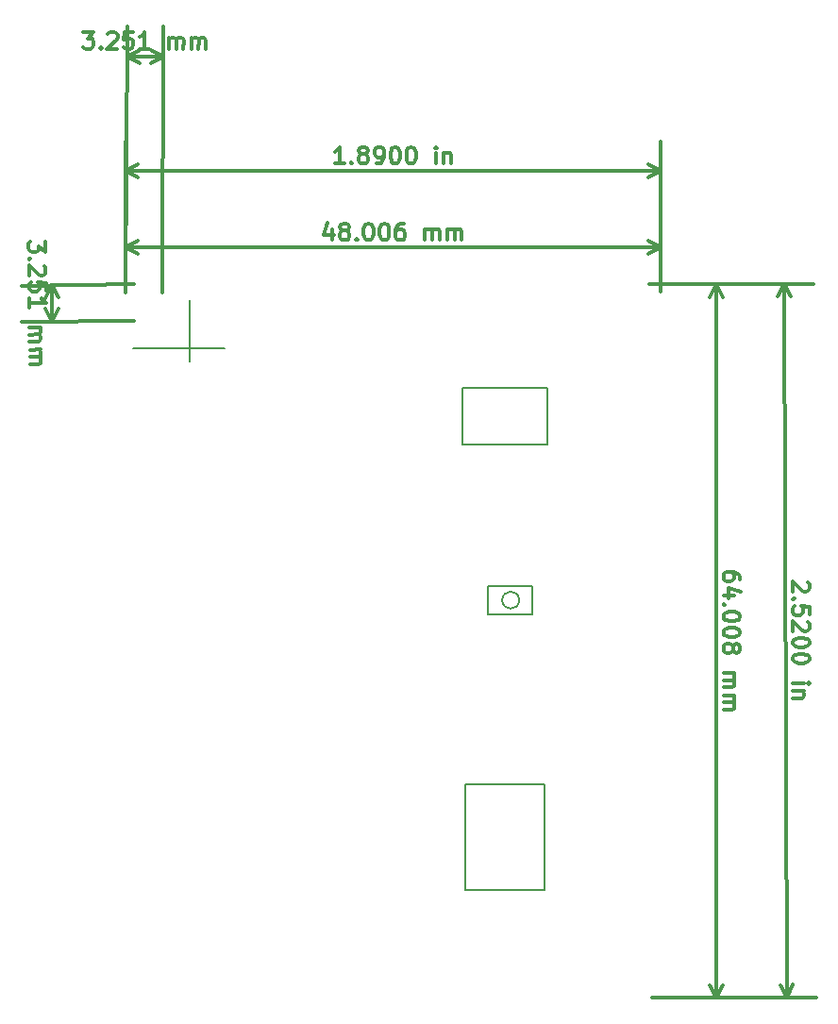
<source format=gbr>
G04 #@! TF.FileFunction,Drawing*
%FSLAX46Y46*%
G04 Gerber Fmt 4.6, Leading zero omitted, Abs format (unit mm)*
G04 Created by KiCad (PCBNEW 4.0.7) date 07/05/18 08:47:22*
%MOMM*%
%LPD*%
G01*
G04 APERTURE LIST*
%ADD10C,0.100000*%
%ADD11C,0.300000*%
%ADD12C,0.150000*%
G04 APERTURE END LIST*
D10*
D11*
X105832202Y-54294550D02*
X105840907Y-55223080D01*
X105264816Y-54728459D01*
X105266825Y-54942736D01*
X105196738Y-55086256D01*
X105125983Y-55158352D01*
X104983802Y-55231116D01*
X104626674Y-55234464D01*
X104483154Y-55164378D01*
X104411059Y-55093622D01*
X104338295Y-54951441D01*
X104334277Y-54522888D01*
X104404362Y-54379367D01*
X104475119Y-54307273D01*
X104489850Y-55878632D02*
X104419094Y-55950726D01*
X104346999Y-55879971D01*
X104417755Y-55807876D01*
X104489850Y-55878632D01*
X104346999Y-55879971D01*
X105710108Y-56510077D02*
X105782204Y-56580833D01*
X105854969Y-56723015D01*
X105858317Y-57080142D01*
X105788230Y-57223662D01*
X105717474Y-57295758D01*
X105575293Y-57368522D01*
X105432442Y-57369861D01*
X105217496Y-57300445D01*
X104352356Y-56451375D01*
X104361061Y-57379905D01*
X105873718Y-58722927D02*
X105867022Y-58008672D01*
X105152098Y-57943942D01*
X105224192Y-58014699D01*
X105296957Y-58156880D01*
X105300305Y-58514007D01*
X105230219Y-58657527D01*
X105159463Y-58729623D01*
X105017282Y-58802387D01*
X104660155Y-58805735D01*
X104516635Y-58735649D01*
X104444539Y-58664893D01*
X104371775Y-58522712D01*
X104368427Y-58165585D01*
X104438513Y-58022064D01*
X104509269Y-57949969D01*
X104387846Y-60236922D02*
X104379811Y-59379816D01*
X104383828Y-59808369D02*
X105883762Y-59794308D01*
X105668146Y-59653466D01*
X105523957Y-59511953D01*
X105451191Y-59369772D01*
X104404586Y-62022557D02*
X105404542Y-62013183D01*
X105261691Y-62014522D02*
X105333786Y-62085277D01*
X105406551Y-62227459D01*
X105408560Y-62441735D01*
X105338473Y-62585255D01*
X105196292Y-62658020D01*
X104410613Y-62665386D01*
X105196292Y-62658020D02*
X105339813Y-62728107D01*
X105412578Y-62870288D01*
X105414586Y-63084563D01*
X105344500Y-63228085D01*
X105202319Y-63300849D01*
X104416639Y-63308215D01*
X104423335Y-64022469D02*
X105423291Y-64013095D01*
X105280440Y-64014434D02*
X105352535Y-64085189D01*
X105425300Y-64227371D01*
X105427309Y-64441647D01*
X105357222Y-64585167D01*
X105215041Y-64657932D01*
X104429362Y-64665298D01*
X105215041Y-64657932D02*
X105358562Y-64728019D01*
X105431327Y-64870200D01*
X105433336Y-65084476D01*
X105363249Y-65227997D01*
X105221068Y-65300761D01*
X104435388Y-65308127D01*
X106397740Y-58235178D02*
X106428220Y-61486378D01*
X113776760Y-58166000D02*
X103697859Y-58260489D01*
X113807240Y-61417200D02*
X103728339Y-61511689D01*
X106428220Y-61486378D02*
X105831265Y-60365421D01*
X106428220Y-61486378D02*
X107004054Y-60354426D01*
X106397740Y-58235178D02*
X105821906Y-59367130D01*
X106397740Y-58235178D02*
X106994695Y-59356135D01*
X109230381Y-35507207D02*
X110158934Y-35513011D01*
X109655372Y-36081304D01*
X109869654Y-36082643D01*
X110012062Y-36154963D01*
X110083043Y-36226836D01*
X110153576Y-36370137D01*
X110151344Y-36727273D01*
X110079025Y-36869681D01*
X110007151Y-36940662D01*
X109863850Y-37011196D01*
X109435287Y-37008517D01*
X109292879Y-36936198D01*
X109221899Y-36864324D01*
X110793296Y-36874145D02*
X110864276Y-36946019D01*
X110792403Y-37016999D01*
X110721422Y-36945126D01*
X110793296Y-36874145D01*
X110792403Y-37016999D01*
X111443730Y-35663902D02*
X111515604Y-35592920D01*
X111658904Y-35522386D01*
X112016040Y-35524618D01*
X112158448Y-35596938D01*
X112229429Y-35668812D01*
X112299963Y-35812113D01*
X112299070Y-35954967D01*
X112226304Y-36168802D01*
X111363821Y-37020571D01*
X112292374Y-37026374D01*
X113658865Y-35534885D02*
X112944593Y-35530421D01*
X112868701Y-36244247D01*
X112940575Y-36173267D01*
X113083876Y-36102732D01*
X113441012Y-36104964D01*
X113583420Y-36177284D01*
X113654401Y-36249157D01*
X113724935Y-36392458D01*
X113722703Y-36749594D01*
X113650383Y-36892002D01*
X113578509Y-36962983D01*
X113435209Y-37033517D01*
X113078072Y-37031285D01*
X112935665Y-36958965D01*
X112864684Y-36887091D01*
X115149460Y-37044231D02*
X114292334Y-37038874D01*
X114720897Y-37041552D02*
X114730272Y-35541582D01*
X114586079Y-35754971D01*
X114442331Y-35896932D01*
X114299030Y-35967467D01*
X116935139Y-37055391D02*
X116941389Y-36055411D01*
X116940496Y-36198266D02*
X117012369Y-36127285D01*
X117155671Y-36056750D01*
X117369952Y-36058089D01*
X117512359Y-36130410D01*
X117582894Y-36273710D01*
X117577984Y-37059409D01*
X117582894Y-36273710D02*
X117655215Y-36131303D01*
X117798515Y-36060768D01*
X118012796Y-36062107D01*
X118155205Y-36134428D01*
X118225739Y-36277728D01*
X118220828Y-37063427D01*
X118935100Y-37067891D02*
X118941350Y-36067911D01*
X118940457Y-36210766D02*
X119012330Y-36139785D01*
X119155632Y-36069250D01*
X119369913Y-36070589D01*
X119512320Y-36142910D01*
X119582855Y-36286210D01*
X119577945Y-37071909D01*
X119582855Y-36286210D02*
X119655176Y-36143802D01*
X119798476Y-36073268D01*
X120012757Y-36074607D01*
X120155166Y-36146927D01*
X120225700Y-36290228D01*
X120220789Y-37075927D01*
X113162528Y-37703255D02*
X116413728Y-37723575D01*
X113030000Y-58907680D02*
X113179403Y-35003307D01*
X116281200Y-58928000D02*
X116430603Y-35023627D01*
X116413728Y-37723575D02*
X115283581Y-38302944D01*
X116413728Y-37723575D02*
X115290911Y-37130125D01*
X113162528Y-37703255D02*
X114285345Y-38296705D01*
X113162528Y-37703255D02*
X114292675Y-37123886D01*
D12*
X118775480Y-59563000D02*
X118785640Y-65079880D01*
X121909840Y-63921640D02*
X121904760Y-63921640D01*
X113736120Y-63921640D02*
X121909840Y-63921640D01*
D11*
X132640144Y-47334571D02*
X131783001Y-47334571D01*
X132211573Y-47334571D02*
X132211573Y-45834571D01*
X132068716Y-46048857D01*
X131925858Y-46191714D01*
X131783001Y-46263143D01*
X133283001Y-47191714D02*
X133354429Y-47263143D01*
X133283001Y-47334571D01*
X133211572Y-47263143D01*
X133283001Y-47191714D01*
X133283001Y-47334571D01*
X134211573Y-46477429D02*
X134068715Y-46406000D01*
X133997287Y-46334571D01*
X133925858Y-46191714D01*
X133925858Y-46120286D01*
X133997287Y-45977429D01*
X134068715Y-45906000D01*
X134211573Y-45834571D01*
X134497287Y-45834571D01*
X134640144Y-45906000D01*
X134711573Y-45977429D01*
X134783001Y-46120286D01*
X134783001Y-46191714D01*
X134711573Y-46334571D01*
X134640144Y-46406000D01*
X134497287Y-46477429D01*
X134211573Y-46477429D01*
X134068715Y-46548857D01*
X133997287Y-46620286D01*
X133925858Y-46763143D01*
X133925858Y-47048857D01*
X133997287Y-47191714D01*
X134068715Y-47263143D01*
X134211573Y-47334571D01*
X134497287Y-47334571D01*
X134640144Y-47263143D01*
X134711573Y-47191714D01*
X134783001Y-47048857D01*
X134783001Y-46763143D01*
X134711573Y-46620286D01*
X134640144Y-46548857D01*
X134497287Y-46477429D01*
X135497286Y-47334571D02*
X135783001Y-47334571D01*
X135925858Y-47263143D01*
X135997286Y-47191714D01*
X136140144Y-46977429D01*
X136211572Y-46691714D01*
X136211572Y-46120286D01*
X136140144Y-45977429D01*
X136068715Y-45906000D01*
X135925858Y-45834571D01*
X135640144Y-45834571D01*
X135497286Y-45906000D01*
X135425858Y-45977429D01*
X135354429Y-46120286D01*
X135354429Y-46477429D01*
X135425858Y-46620286D01*
X135497286Y-46691714D01*
X135640144Y-46763143D01*
X135925858Y-46763143D01*
X136068715Y-46691714D01*
X136140144Y-46620286D01*
X136211572Y-46477429D01*
X137140143Y-45834571D02*
X137283000Y-45834571D01*
X137425857Y-45906000D01*
X137497286Y-45977429D01*
X137568715Y-46120286D01*
X137640143Y-46406000D01*
X137640143Y-46763143D01*
X137568715Y-47048857D01*
X137497286Y-47191714D01*
X137425857Y-47263143D01*
X137283000Y-47334571D01*
X137140143Y-47334571D01*
X136997286Y-47263143D01*
X136925857Y-47191714D01*
X136854429Y-47048857D01*
X136783000Y-46763143D01*
X136783000Y-46406000D01*
X136854429Y-46120286D01*
X136925857Y-45977429D01*
X136997286Y-45906000D01*
X137140143Y-45834571D01*
X138568714Y-45834571D02*
X138711571Y-45834571D01*
X138854428Y-45906000D01*
X138925857Y-45977429D01*
X138997286Y-46120286D01*
X139068714Y-46406000D01*
X139068714Y-46763143D01*
X138997286Y-47048857D01*
X138925857Y-47191714D01*
X138854428Y-47263143D01*
X138711571Y-47334571D01*
X138568714Y-47334571D01*
X138425857Y-47263143D01*
X138354428Y-47191714D01*
X138283000Y-47048857D01*
X138211571Y-46763143D01*
X138211571Y-46406000D01*
X138283000Y-46120286D01*
X138354428Y-45977429D01*
X138425857Y-45906000D01*
X138568714Y-45834571D01*
X140854428Y-47334571D02*
X140854428Y-46334571D01*
X140854428Y-45834571D02*
X140782999Y-45906000D01*
X140854428Y-45977429D01*
X140925856Y-45906000D01*
X140854428Y-45834571D01*
X140854428Y-45977429D01*
X141568714Y-46334571D02*
X141568714Y-47334571D01*
X141568714Y-46477429D02*
X141640142Y-46406000D01*
X141783000Y-46334571D01*
X141997285Y-46334571D01*
X142140142Y-46406000D01*
X142211571Y-46548857D01*
X142211571Y-47334571D01*
X113030000Y-48006000D02*
X161036000Y-48006000D01*
X113030000Y-58801000D02*
X113030000Y-45306000D01*
X161036000Y-58801000D02*
X161036000Y-45306000D01*
X161036000Y-48006000D02*
X159909496Y-48592421D01*
X161036000Y-48006000D02*
X159909496Y-47419579D01*
X113030000Y-48006000D02*
X114156504Y-48592421D01*
X113030000Y-48006000D02*
X114156504Y-47419579D01*
X174215499Y-84864133D02*
X174287211Y-84935278D01*
X174359207Y-85077850D01*
X174360624Y-85434990D01*
X174289762Y-85578130D01*
X174218617Y-85649841D01*
X174076045Y-85721836D01*
X173933189Y-85722403D01*
X173718621Y-85651826D01*
X172858085Y-84798091D01*
X172861770Y-85726654D01*
X173007176Y-86368939D02*
X172936031Y-86440650D01*
X172864321Y-86369506D01*
X172935465Y-86297794D01*
X173007176Y-86368939D01*
X172864321Y-86369506D01*
X174369978Y-87792115D02*
X174367143Y-87077834D01*
X173652579Y-87009240D01*
X173724290Y-87080385D01*
X173796286Y-87222958D01*
X173797703Y-87580098D01*
X173726841Y-87723237D01*
X173655697Y-87794949D01*
X173513125Y-87866943D01*
X173155985Y-87868361D01*
X173012845Y-87797500D01*
X172941133Y-87726355D01*
X172869139Y-87583783D01*
X172867722Y-87226642D01*
X172938582Y-87083503D01*
X173009727Y-87011791D01*
X174229672Y-88435532D02*
X174301384Y-88506677D01*
X174373379Y-88649250D01*
X174374796Y-89006390D01*
X174303935Y-89149529D01*
X174232790Y-89221241D01*
X174090217Y-89293236D01*
X173947361Y-89293803D01*
X173732794Y-89223225D01*
X172872257Y-88369490D01*
X172875942Y-89298054D01*
X174379615Y-90220666D02*
X174380182Y-90363521D01*
X174309320Y-90506661D01*
X174238175Y-90578373D01*
X174095603Y-90650368D01*
X173810174Y-90722929D01*
X173453034Y-90724346D01*
X173167039Y-90654053D01*
X173023900Y-90583191D01*
X172952188Y-90512046D01*
X172880193Y-90369474D01*
X172879627Y-90226618D01*
X172950487Y-90083479D01*
X173021632Y-90011767D01*
X173164204Y-89939772D01*
X173449633Y-89867210D01*
X173806773Y-89865793D01*
X174092768Y-89936088D01*
X174235907Y-90006948D01*
X174307619Y-90078093D01*
X174379615Y-90220666D01*
X174385284Y-91649225D02*
X174385850Y-91792081D01*
X174314989Y-91935220D01*
X174243844Y-92006932D01*
X174101272Y-92078928D01*
X173815843Y-92151489D01*
X173458703Y-92152906D01*
X173172708Y-92082612D01*
X173029568Y-92011751D01*
X172957857Y-91940606D01*
X172885862Y-91798034D01*
X172885295Y-91655178D01*
X172956156Y-91512038D01*
X173027301Y-91440326D01*
X173169873Y-91368332D01*
X173455302Y-91295770D01*
X173812442Y-91294353D01*
X174098437Y-91364647D01*
X174241576Y-91435508D01*
X174313288Y-91506653D01*
X174385284Y-91649225D01*
X172894366Y-93940874D02*
X173894358Y-93936905D01*
X174394354Y-93934921D02*
X174322642Y-93863776D01*
X174251497Y-93935488D01*
X174323209Y-94006632D01*
X174394354Y-93934921D01*
X174251497Y-93935488D01*
X173897192Y-94651186D02*
X172897200Y-94655154D01*
X173754335Y-94651753D02*
X173826047Y-94722897D01*
X173898043Y-94865470D01*
X173898893Y-95079753D01*
X173828031Y-95222893D01*
X173685459Y-95294888D01*
X172899751Y-95298006D01*
X172334778Y-122126140D02*
X172080778Y-58118140D01*
X160274000Y-122174000D02*
X175034757Y-122115426D01*
X160020000Y-58166000D02*
X174780757Y-58107426D01*
X172080778Y-58118140D02*
X172671664Y-59242308D01*
X172080778Y-58118140D02*
X171498832Y-59246962D01*
X172334778Y-122126140D02*
X172916724Y-120997318D01*
X172334778Y-122126140D02*
X171743892Y-121001972D01*
X131533001Y-53192571D02*
X131533001Y-54192571D01*
X131175858Y-52621143D02*
X130818715Y-53692571D01*
X131747287Y-53692571D01*
X132533001Y-53335429D02*
X132390143Y-53264000D01*
X132318715Y-53192571D01*
X132247286Y-53049714D01*
X132247286Y-52978286D01*
X132318715Y-52835429D01*
X132390143Y-52764000D01*
X132533001Y-52692571D01*
X132818715Y-52692571D01*
X132961572Y-52764000D01*
X133033001Y-52835429D01*
X133104429Y-52978286D01*
X133104429Y-53049714D01*
X133033001Y-53192571D01*
X132961572Y-53264000D01*
X132818715Y-53335429D01*
X132533001Y-53335429D01*
X132390143Y-53406857D01*
X132318715Y-53478286D01*
X132247286Y-53621143D01*
X132247286Y-53906857D01*
X132318715Y-54049714D01*
X132390143Y-54121143D01*
X132533001Y-54192571D01*
X132818715Y-54192571D01*
X132961572Y-54121143D01*
X133033001Y-54049714D01*
X133104429Y-53906857D01*
X133104429Y-53621143D01*
X133033001Y-53478286D01*
X132961572Y-53406857D01*
X132818715Y-53335429D01*
X133747286Y-54049714D02*
X133818714Y-54121143D01*
X133747286Y-54192571D01*
X133675857Y-54121143D01*
X133747286Y-54049714D01*
X133747286Y-54192571D01*
X134747286Y-52692571D02*
X134890143Y-52692571D01*
X135033000Y-52764000D01*
X135104429Y-52835429D01*
X135175858Y-52978286D01*
X135247286Y-53264000D01*
X135247286Y-53621143D01*
X135175858Y-53906857D01*
X135104429Y-54049714D01*
X135033000Y-54121143D01*
X134890143Y-54192571D01*
X134747286Y-54192571D01*
X134604429Y-54121143D01*
X134533000Y-54049714D01*
X134461572Y-53906857D01*
X134390143Y-53621143D01*
X134390143Y-53264000D01*
X134461572Y-52978286D01*
X134533000Y-52835429D01*
X134604429Y-52764000D01*
X134747286Y-52692571D01*
X136175857Y-52692571D02*
X136318714Y-52692571D01*
X136461571Y-52764000D01*
X136533000Y-52835429D01*
X136604429Y-52978286D01*
X136675857Y-53264000D01*
X136675857Y-53621143D01*
X136604429Y-53906857D01*
X136533000Y-54049714D01*
X136461571Y-54121143D01*
X136318714Y-54192571D01*
X136175857Y-54192571D01*
X136033000Y-54121143D01*
X135961571Y-54049714D01*
X135890143Y-53906857D01*
X135818714Y-53621143D01*
X135818714Y-53264000D01*
X135890143Y-52978286D01*
X135961571Y-52835429D01*
X136033000Y-52764000D01*
X136175857Y-52692571D01*
X137961571Y-52692571D02*
X137675857Y-52692571D01*
X137533000Y-52764000D01*
X137461571Y-52835429D01*
X137318714Y-53049714D01*
X137247285Y-53335429D01*
X137247285Y-53906857D01*
X137318714Y-54049714D01*
X137390142Y-54121143D01*
X137533000Y-54192571D01*
X137818714Y-54192571D01*
X137961571Y-54121143D01*
X138033000Y-54049714D01*
X138104428Y-53906857D01*
X138104428Y-53549714D01*
X138033000Y-53406857D01*
X137961571Y-53335429D01*
X137818714Y-53264000D01*
X137533000Y-53264000D01*
X137390142Y-53335429D01*
X137318714Y-53406857D01*
X137247285Y-53549714D01*
X139890142Y-54192571D02*
X139890142Y-53192571D01*
X139890142Y-53335429D02*
X139961570Y-53264000D01*
X140104428Y-53192571D01*
X140318713Y-53192571D01*
X140461570Y-53264000D01*
X140532999Y-53406857D01*
X140532999Y-54192571D01*
X140532999Y-53406857D02*
X140604428Y-53264000D01*
X140747285Y-53192571D01*
X140961570Y-53192571D01*
X141104428Y-53264000D01*
X141175856Y-53406857D01*
X141175856Y-54192571D01*
X141890142Y-54192571D02*
X141890142Y-53192571D01*
X141890142Y-53335429D02*
X141961570Y-53264000D01*
X142104428Y-53192571D01*
X142318713Y-53192571D01*
X142461570Y-53264000D01*
X142532999Y-53406857D01*
X142532999Y-54192571D01*
X142532999Y-53406857D02*
X142604428Y-53264000D01*
X142747285Y-53192571D01*
X142961570Y-53192571D01*
X143104428Y-53264000D01*
X143175856Y-53406857D01*
X143175856Y-54192571D01*
X113030000Y-54864000D02*
X161036000Y-54864000D01*
X113030000Y-58801000D02*
X113030000Y-52164000D01*
X161036000Y-58801000D02*
X161036000Y-52164000D01*
X161036000Y-54864000D02*
X159909496Y-55450421D01*
X161036000Y-54864000D02*
X159909496Y-54277579D01*
X113030000Y-54864000D02*
X114156504Y-55450421D01*
X113030000Y-54864000D02*
X114156504Y-54277579D01*
X168160429Y-84670001D02*
X168160429Y-84384287D01*
X168089000Y-84241430D01*
X168017571Y-84170001D01*
X167803286Y-84027144D01*
X167517571Y-83955715D01*
X166946143Y-83955715D01*
X166803286Y-84027144D01*
X166731857Y-84098572D01*
X166660429Y-84241430D01*
X166660429Y-84527144D01*
X166731857Y-84670001D01*
X166803286Y-84741430D01*
X166946143Y-84812858D01*
X167303286Y-84812858D01*
X167446143Y-84741430D01*
X167517571Y-84670001D01*
X167589000Y-84527144D01*
X167589000Y-84241430D01*
X167517571Y-84098572D01*
X167446143Y-84027144D01*
X167303286Y-83955715D01*
X167660429Y-86098572D02*
X166660429Y-86098572D01*
X168231857Y-85741429D02*
X167160429Y-85384286D01*
X167160429Y-86312858D01*
X166803286Y-86884286D02*
X166731857Y-86955714D01*
X166660429Y-86884286D01*
X166731857Y-86812857D01*
X166803286Y-86884286D01*
X166660429Y-86884286D01*
X168160429Y-87884286D02*
X168160429Y-88027143D01*
X168089000Y-88170000D01*
X168017571Y-88241429D01*
X167874714Y-88312858D01*
X167589000Y-88384286D01*
X167231857Y-88384286D01*
X166946143Y-88312858D01*
X166803286Y-88241429D01*
X166731857Y-88170000D01*
X166660429Y-88027143D01*
X166660429Y-87884286D01*
X166731857Y-87741429D01*
X166803286Y-87670000D01*
X166946143Y-87598572D01*
X167231857Y-87527143D01*
X167589000Y-87527143D01*
X167874714Y-87598572D01*
X168017571Y-87670000D01*
X168089000Y-87741429D01*
X168160429Y-87884286D01*
X168160429Y-89312857D02*
X168160429Y-89455714D01*
X168089000Y-89598571D01*
X168017571Y-89670000D01*
X167874714Y-89741429D01*
X167589000Y-89812857D01*
X167231857Y-89812857D01*
X166946143Y-89741429D01*
X166803286Y-89670000D01*
X166731857Y-89598571D01*
X166660429Y-89455714D01*
X166660429Y-89312857D01*
X166731857Y-89170000D01*
X166803286Y-89098571D01*
X166946143Y-89027143D01*
X167231857Y-88955714D01*
X167589000Y-88955714D01*
X167874714Y-89027143D01*
X168017571Y-89098571D01*
X168089000Y-89170000D01*
X168160429Y-89312857D01*
X167517571Y-90670000D02*
X167589000Y-90527142D01*
X167660429Y-90455714D01*
X167803286Y-90384285D01*
X167874714Y-90384285D01*
X168017571Y-90455714D01*
X168089000Y-90527142D01*
X168160429Y-90670000D01*
X168160429Y-90955714D01*
X168089000Y-91098571D01*
X168017571Y-91170000D01*
X167874714Y-91241428D01*
X167803286Y-91241428D01*
X167660429Y-91170000D01*
X167589000Y-91098571D01*
X167517571Y-90955714D01*
X167517571Y-90670000D01*
X167446143Y-90527142D01*
X167374714Y-90455714D01*
X167231857Y-90384285D01*
X166946143Y-90384285D01*
X166803286Y-90455714D01*
X166731857Y-90527142D01*
X166660429Y-90670000D01*
X166660429Y-90955714D01*
X166731857Y-91098571D01*
X166803286Y-91170000D01*
X166946143Y-91241428D01*
X167231857Y-91241428D01*
X167374714Y-91170000D01*
X167446143Y-91098571D01*
X167517571Y-90955714D01*
X166660429Y-93027142D02*
X167660429Y-93027142D01*
X167517571Y-93027142D02*
X167589000Y-93098570D01*
X167660429Y-93241428D01*
X167660429Y-93455713D01*
X167589000Y-93598570D01*
X167446143Y-93669999D01*
X166660429Y-93669999D01*
X167446143Y-93669999D02*
X167589000Y-93741428D01*
X167660429Y-93884285D01*
X167660429Y-94098570D01*
X167589000Y-94241428D01*
X167446143Y-94312856D01*
X166660429Y-94312856D01*
X166660429Y-95027142D02*
X167660429Y-95027142D01*
X167517571Y-95027142D02*
X167589000Y-95098570D01*
X167660429Y-95241428D01*
X167660429Y-95455713D01*
X167589000Y-95598570D01*
X167446143Y-95669999D01*
X166660429Y-95669999D01*
X167446143Y-95669999D02*
X167589000Y-95741428D01*
X167660429Y-95884285D01*
X167660429Y-96098570D01*
X167589000Y-96241428D01*
X167446143Y-96312856D01*
X166660429Y-96312856D01*
X165989000Y-58166000D02*
X165989000Y-122174000D01*
X162941000Y-58166000D02*
X168689000Y-58166000D01*
X162941000Y-122174000D02*
X168689000Y-122174000D01*
X165989000Y-122174000D02*
X165402579Y-121047496D01*
X165989000Y-122174000D02*
X166575421Y-121047496D01*
X165989000Y-58166000D02*
X165402579Y-59292504D01*
X165989000Y-58166000D02*
X166575421Y-59292504D01*
D12*
X150622000Y-112522000D02*
X150622000Y-110617000D01*
X150622000Y-102997000D02*
X150622000Y-110617000D01*
X143510000Y-102997000D02*
X150622000Y-102997000D01*
X143510000Y-110617000D02*
X143510000Y-102997000D01*
X143510000Y-112522000D02*
X150622000Y-112522000D01*
X143510000Y-110617000D02*
X143510000Y-112522000D01*
X145542000Y-87757000D02*
X145542000Y-85217000D01*
X149479000Y-87757000D02*
X145542000Y-87757000D01*
X149479000Y-85217000D02*
X149479000Y-87757000D01*
X145542000Y-85217000D02*
X149479000Y-85217000D01*
X148336000Y-86487000D02*
G75*
G03X148336000Y-86487000I-762000J0D01*
G01*
X150876000Y-67437000D02*
X143256000Y-67437000D01*
X150876000Y-72517000D02*
X150876000Y-67437000D01*
X143256000Y-72517000D02*
X150876000Y-72517000D01*
X143256000Y-67437000D02*
X143256000Y-72517000D01*
M02*

</source>
